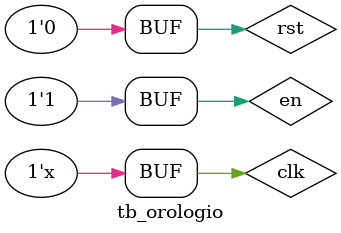
<source format=v>
`timescale 1ns / 1ps


module tb_orologio;

reg clk, rst;
reg en;
wire [2:0] ora;
wire [5:0] min;
wire done;

orologio #(.SX_MAX(6), .DX_MAX(60)) orol (.clk(clk), .rst(rst), .en(en),
.ora(ora), .minuti(min), .done(done));

always #1 clk = ~clk;

initial begin
clk = 1'b0;
rst = 1'b1;
en = 1'b0;

#10 rst = 1'b0;
#20 en = 1'b1;

end 
endmodule

</source>
